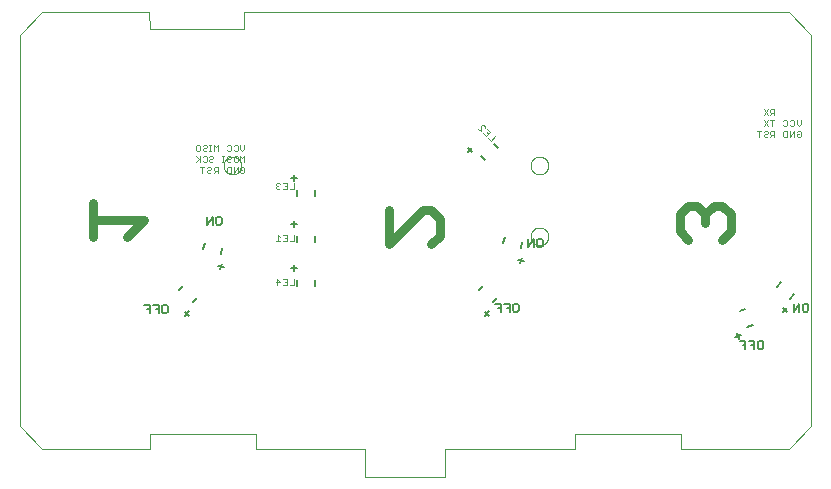
<source format=gbo>
G75*
%MOIN*%
%OFA0B0*%
%FSLAX25Y25*%
%IPPOS*%
%LPD*%
%AMOC8*
5,1,8,0,0,1.08239X$1,22.5*
%
%ADD10C,0.00000*%
%ADD11C,0.00500*%
%ADD12C,0.00400*%
%ADD13C,0.03000*%
D10*
X0039625Y0018012D02*
X0047188Y0010449D01*
X0083015Y0010449D01*
X0082932Y0015567D01*
X0118365Y0015567D01*
X0118365Y0010449D01*
X0154798Y0010449D01*
X0154798Y0001000D01*
X0181357Y0001000D01*
X0181357Y0010449D01*
X0224664Y0010449D01*
X0224664Y0015567D01*
X0260098Y0015567D01*
X0260098Y0010449D01*
X0295883Y0010449D01*
X0303405Y0017970D01*
X0303405Y0148596D01*
X0295883Y0156118D01*
X0114468Y0156236D01*
X0114468Y0150449D01*
X0082893Y0150449D01*
X0082724Y0156118D01*
X0047147Y0156118D01*
X0039625Y0148596D01*
X0039625Y0018012D01*
X0107538Y0104937D02*
X0107540Y0105045D01*
X0107546Y0105154D01*
X0107556Y0105262D01*
X0107570Y0105369D01*
X0107588Y0105476D01*
X0107609Y0105583D01*
X0107635Y0105688D01*
X0107665Y0105793D01*
X0107698Y0105896D01*
X0107735Y0105998D01*
X0107776Y0106098D01*
X0107820Y0106197D01*
X0107869Y0106295D01*
X0107920Y0106390D01*
X0107975Y0106483D01*
X0108034Y0106575D01*
X0108096Y0106664D01*
X0108161Y0106751D01*
X0108229Y0106835D01*
X0108300Y0106917D01*
X0108374Y0106996D01*
X0108451Y0107072D01*
X0108531Y0107146D01*
X0108614Y0107216D01*
X0108699Y0107284D01*
X0108786Y0107348D01*
X0108876Y0107409D01*
X0108968Y0107467D01*
X0109062Y0107521D01*
X0109158Y0107572D01*
X0109255Y0107619D01*
X0109355Y0107663D01*
X0109456Y0107703D01*
X0109558Y0107739D01*
X0109661Y0107771D01*
X0109766Y0107800D01*
X0109872Y0107824D01*
X0109978Y0107845D01*
X0110085Y0107862D01*
X0110193Y0107875D01*
X0110301Y0107884D01*
X0110410Y0107889D01*
X0110518Y0107890D01*
X0110627Y0107887D01*
X0110735Y0107880D01*
X0110843Y0107869D01*
X0110950Y0107854D01*
X0111057Y0107835D01*
X0111163Y0107812D01*
X0111268Y0107786D01*
X0111373Y0107755D01*
X0111475Y0107721D01*
X0111577Y0107683D01*
X0111677Y0107641D01*
X0111776Y0107596D01*
X0111873Y0107547D01*
X0111967Y0107494D01*
X0112060Y0107438D01*
X0112151Y0107379D01*
X0112240Y0107316D01*
X0112326Y0107251D01*
X0112410Y0107182D01*
X0112491Y0107110D01*
X0112569Y0107035D01*
X0112645Y0106957D01*
X0112718Y0106876D01*
X0112788Y0106793D01*
X0112854Y0106708D01*
X0112918Y0106620D01*
X0112978Y0106529D01*
X0113035Y0106437D01*
X0113088Y0106342D01*
X0113138Y0106246D01*
X0113184Y0106148D01*
X0113227Y0106048D01*
X0113266Y0105947D01*
X0113301Y0105844D01*
X0113333Y0105741D01*
X0113360Y0105636D01*
X0113384Y0105530D01*
X0113404Y0105423D01*
X0113420Y0105316D01*
X0113432Y0105208D01*
X0113440Y0105100D01*
X0113444Y0104991D01*
X0113444Y0104883D01*
X0113440Y0104774D01*
X0113432Y0104666D01*
X0113420Y0104558D01*
X0113404Y0104451D01*
X0113384Y0104344D01*
X0113360Y0104238D01*
X0113333Y0104133D01*
X0113301Y0104030D01*
X0113266Y0103927D01*
X0113227Y0103826D01*
X0113184Y0103726D01*
X0113138Y0103628D01*
X0113088Y0103532D01*
X0113035Y0103437D01*
X0112978Y0103345D01*
X0112918Y0103254D01*
X0112854Y0103166D01*
X0112788Y0103081D01*
X0112718Y0102998D01*
X0112645Y0102917D01*
X0112569Y0102839D01*
X0112491Y0102764D01*
X0112410Y0102692D01*
X0112326Y0102623D01*
X0112240Y0102558D01*
X0112151Y0102495D01*
X0112060Y0102436D01*
X0111968Y0102380D01*
X0111873Y0102327D01*
X0111776Y0102278D01*
X0111677Y0102233D01*
X0111577Y0102191D01*
X0111475Y0102153D01*
X0111373Y0102119D01*
X0111268Y0102088D01*
X0111163Y0102062D01*
X0111057Y0102039D01*
X0110950Y0102020D01*
X0110843Y0102005D01*
X0110735Y0101994D01*
X0110627Y0101987D01*
X0110518Y0101984D01*
X0110410Y0101985D01*
X0110301Y0101990D01*
X0110193Y0101999D01*
X0110085Y0102012D01*
X0109978Y0102029D01*
X0109872Y0102050D01*
X0109766Y0102074D01*
X0109661Y0102103D01*
X0109558Y0102135D01*
X0109456Y0102171D01*
X0109355Y0102211D01*
X0109255Y0102255D01*
X0109158Y0102302D01*
X0109062Y0102353D01*
X0108968Y0102407D01*
X0108876Y0102465D01*
X0108786Y0102526D01*
X0108699Y0102590D01*
X0108614Y0102658D01*
X0108531Y0102728D01*
X0108451Y0102802D01*
X0108374Y0102878D01*
X0108300Y0102957D01*
X0108229Y0103039D01*
X0108161Y0103123D01*
X0108096Y0103210D01*
X0108034Y0103299D01*
X0107975Y0103391D01*
X0107920Y0103484D01*
X0107869Y0103579D01*
X0107820Y0103677D01*
X0107776Y0103776D01*
X0107735Y0103876D01*
X0107698Y0103978D01*
X0107665Y0104081D01*
X0107635Y0104186D01*
X0107609Y0104291D01*
X0107588Y0104398D01*
X0107570Y0104505D01*
X0107556Y0104612D01*
X0107546Y0104720D01*
X0107540Y0104829D01*
X0107538Y0104937D01*
X0209900Y0104937D02*
X0209902Y0105045D01*
X0209908Y0105154D01*
X0209918Y0105262D01*
X0209932Y0105369D01*
X0209950Y0105476D01*
X0209971Y0105583D01*
X0209997Y0105688D01*
X0210027Y0105793D01*
X0210060Y0105896D01*
X0210097Y0105998D01*
X0210138Y0106098D01*
X0210182Y0106197D01*
X0210231Y0106295D01*
X0210282Y0106390D01*
X0210337Y0106483D01*
X0210396Y0106575D01*
X0210458Y0106664D01*
X0210523Y0106751D01*
X0210591Y0106835D01*
X0210662Y0106917D01*
X0210736Y0106996D01*
X0210813Y0107072D01*
X0210893Y0107146D01*
X0210976Y0107216D01*
X0211061Y0107284D01*
X0211148Y0107348D01*
X0211238Y0107409D01*
X0211330Y0107467D01*
X0211424Y0107521D01*
X0211520Y0107572D01*
X0211617Y0107619D01*
X0211717Y0107663D01*
X0211818Y0107703D01*
X0211920Y0107739D01*
X0212023Y0107771D01*
X0212128Y0107800D01*
X0212234Y0107824D01*
X0212340Y0107845D01*
X0212447Y0107862D01*
X0212555Y0107875D01*
X0212663Y0107884D01*
X0212772Y0107889D01*
X0212880Y0107890D01*
X0212989Y0107887D01*
X0213097Y0107880D01*
X0213205Y0107869D01*
X0213312Y0107854D01*
X0213419Y0107835D01*
X0213525Y0107812D01*
X0213630Y0107786D01*
X0213735Y0107755D01*
X0213837Y0107721D01*
X0213939Y0107683D01*
X0214039Y0107641D01*
X0214138Y0107596D01*
X0214235Y0107547D01*
X0214329Y0107494D01*
X0214422Y0107438D01*
X0214513Y0107379D01*
X0214602Y0107316D01*
X0214688Y0107251D01*
X0214772Y0107182D01*
X0214853Y0107110D01*
X0214931Y0107035D01*
X0215007Y0106957D01*
X0215080Y0106876D01*
X0215150Y0106793D01*
X0215216Y0106708D01*
X0215280Y0106620D01*
X0215340Y0106529D01*
X0215397Y0106437D01*
X0215450Y0106342D01*
X0215500Y0106246D01*
X0215546Y0106148D01*
X0215589Y0106048D01*
X0215628Y0105947D01*
X0215663Y0105844D01*
X0215695Y0105741D01*
X0215722Y0105636D01*
X0215746Y0105530D01*
X0215766Y0105423D01*
X0215782Y0105316D01*
X0215794Y0105208D01*
X0215802Y0105100D01*
X0215806Y0104991D01*
X0215806Y0104883D01*
X0215802Y0104774D01*
X0215794Y0104666D01*
X0215782Y0104558D01*
X0215766Y0104451D01*
X0215746Y0104344D01*
X0215722Y0104238D01*
X0215695Y0104133D01*
X0215663Y0104030D01*
X0215628Y0103927D01*
X0215589Y0103826D01*
X0215546Y0103726D01*
X0215500Y0103628D01*
X0215450Y0103532D01*
X0215397Y0103437D01*
X0215340Y0103345D01*
X0215280Y0103254D01*
X0215216Y0103166D01*
X0215150Y0103081D01*
X0215080Y0102998D01*
X0215007Y0102917D01*
X0214931Y0102839D01*
X0214853Y0102764D01*
X0214772Y0102692D01*
X0214688Y0102623D01*
X0214602Y0102558D01*
X0214513Y0102495D01*
X0214422Y0102436D01*
X0214330Y0102380D01*
X0214235Y0102327D01*
X0214138Y0102278D01*
X0214039Y0102233D01*
X0213939Y0102191D01*
X0213837Y0102153D01*
X0213735Y0102119D01*
X0213630Y0102088D01*
X0213525Y0102062D01*
X0213419Y0102039D01*
X0213312Y0102020D01*
X0213205Y0102005D01*
X0213097Y0101994D01*
X0212989Y0101987D01*
X0212880Y0101984D01*
X0212772Y0101985D01*
X0212663Y0101990D01*
X0212555Y0101999D01*
X0212447Y0102012D01*
X0212340Y0102029D01*
X0212234Y0102050D01*
X0212128Y0102074D01*
X0212023Y0102103D01*
X0211920Y0102135D01*
X0211818Y0102171D01*
X0211717Y0102211D01*
X0211617Y0102255D01*
X0211520Y0102302D01*
X0211424Y0102353D01*
X0211330Y0102407D01*
X0211238Y0102465D01*
X0211148Y0102526D01*
X0211061Y0102590D01*
X0210976Y0102658D01*
X0210893Y0102728D01*
X0210813Y0102802D01*
X0210736Y0102878D01*
X0210662Y0102957D01*
X0210591Y0103039D01*
X0210523Y0103123D01*
X0210458Y0103210D01*
X0210396Y0103299D01*
X0210337Y0103391D01*
X0210282Y0103484D01*
X0210231Y0103579D01*
X0210182Y0103677D01*
X0210138Y0103776D01*
X0210097Y0103876D01*
X0210060Y0103978D01*
X0210027Y0104081D01*
X0209997Y0104186D01*
X0209971Y0104291D01*
X0209950Y0104398D01*
X0209932Y0104505D01*
X0209918Y0104612D01*
X0209908Y0104720D01*
X0209902Y0104829D01*
X0209900Y0104937D01*
X0209900Y0081315D02*
X0209902Y0081423D01*
X0209908Y0081532D01*
X0209918Y0081640D01*
X0209932Y0081747D01*
X0209950Y0081854D01*
X0209971Y0081961D01*
X0209997Y0082066D01*
X0210027Y0082171D01*
X0210060Y0082274D01*
X0210097Y0082376D01*
X0210138Y0082476D01*
X0210182Y0082575D01*
X0210231Y0082673D01*
X0210282Y0082768D01*
X0210337Y0082861D01*
X0210396Y0082953D01*
X0210458Y0083042D01*
X0210523Y0083129D01*
X0210591Y0083213D01*
X0210662Y0083295D01*
X0210736Y0083374D01*
X0210813Y0083450D01*
X0210893Y0083524D01*
X0210976Y0083594D01*
X0211061Y0083662D01*
X0211148Y0083726D01*
X0211238Y0083787D01*
X0211330Y0083845D01*
X0211424Y0083899D01*
X0211520Y0083950D01*
X0211617Y0083997D01*
X0211717Y0084041D01*
X0211818Y0084081D01*
X0211920Y0084117D01*
X0212023Y0084149D01*
X0212128Y0084178D01*
X0212234Y0084202D01*
X0212340Y0084223D01*
X0212447Y0084240D01*
X0212555Y0084253D01*
X0212663Y0084262D01*
X0212772Y0084267D01*
X0212880Y0084268D01*
X0212989Y0084265D01*
X0213097Y0084258D01*
X0213205Y0084247D01*
X0213312Y0084232D01*
X0213419Y0084213D01*
X0213525Y0084190D01*
X0213630Y0084164D01*
X0213735Y0084133D01*
X0213837Y0084099D01*
X0213939Y0084061D01*
X0214039Y0084019D01*
X0214138Y0083974D01*
X0214235Y0083925D01*
X0214329Y0083872D01*
X0214422Y0083816D01*
X0214513Y0083757D01*
X0214602Y0083694D01*
X0214688Y0083629D01*
X0214772Y0083560D01*
X0214853Y0083488D01*
X0214931Y0083413D01*
X0215007Y0083335D01*
X0215080Y0083254D01*
X0215150Y0083171D01*
X0215216Y0083086D01*
X0215280Y0082998D01*
X0215340Y0082907D01*
X0215397Y0082815D01*
X0215450Y0082720D01*
X0215500Y0082624D01*
X0215546Y0082526D01*
X0215589Y0082426D01*
X0215628Y0082325D01*
X0215663Y0082222D01*
X0215695Y0082119D01*
X0215722Y0082014D01*
X0215746Y0081908D01*
X0215766Y0081801D01*
X0215782Y0081694D01*
X0215794Y0081586D01*
X0215802Y0081478D01*
X0215806Y0081369D01*
X0215806Y0081261D01*
X0215802Y0081152D01*
X0215794Y0081044D01*
X0215782Y0080936D01*
X0215766Y0080829D01*
X0215746Y0080722D01*
X0215722Y0080616D01*
X0215695Y0080511D01*
X0215663Y0080408D01*
X0215628Y0080305D01*
X0215589Y0080204D01*
X0215546Y0080104D01*
X0215500Y0080006D01*
X0215450Y0079910D01*
X0215397Y0079815D01*
X0215340Y0079723D01*
X0215280Y0079632D01*
X0215216Y0079544D01*
X0215150Y0079459D01*
X0215080Y0079376D01*
X0215007Y0079295D01*
X0214931Y0079217D01*
X0214853Y0079142D01*
X0214772Y0079070D01*
X0214688Y0079001D01*
X0214602Y0078936D01*
X0214513Y0078873D01*
X0214422Y0078814D01*
X0214330Y0078758D01*
X0214235Y0078705D01*
X0214138Y0078656D01*
X0214039Y0078611D01*
X0213939Y0078569D01*
X0213837Y0078531D01*
X0213735Y0078497D01*
X0213630Y0078466D01*
X0213525Y0078440D01*
X0213419Y0078417D01*
X0213312Y0078398D01*
X0213205Y0078383D01*
X0213097Y0078372D01*
X0212989Y0078365D01*
X0212880Y0078362D01*
X0212772Y0078363D01*
X0212663Y0078368D01*
X0212555Y0078377D01*
X0212447Y0078390D01*
X0212340Y0078407D01*
X0212234Y0078428D01*
X0212128Y0078452D01*
X0212023Y0078481D01*
X0211920Y0078513D01*
X0211818Y0078549D01*
X0211717Y0078589D01*
X0211617Y0078633D01*
X0211520Y0078680D01*
X0211424Y0078731D01*
X0211330Y0078785D01*
X0211238Y0078843D01*
X0211148Y0078904D01*
X0211061Y0078968D01*
X0210976Y0079036D01*
X0210893Y0079106D01*
X0210813Y0079180D01*
X0210736Y0079256D01*
X0210662Y0079335D01*
X0210591Y0079417D01*
X0210523Y0079501D01*
X0210458Y0079588D01*
X0210396Y0079677D01*
X0210337Y0079769D01*
X0210282Y0079862D01*
X0210231Y0079957D01*
X0210182Y0080055D01*
X0210138Y0080154D01*
X0210097Y0080254D01*
X0210060Y0080356D01*
X0210027Y0080459D01*
X0209997Y0080564D01*
X0209971Y0080669D01*
X0209950Y0080776D01*
X0209932Y0080883D01*
X0209918Y0080990D01*
X0209908Y0081098D01*
X0209902Y0081207D01*
X0209900Y0081315D01*
D11*
X0209127Y0080401D02*
X0209127Y0077699D01*
X0210929Y0080401D01*
X0210929Y0077699D01*
X0212074Y0078149D02*
X0212074Y0079951D01*
X0212524Y0080401D01*
X0213425Y0080401D01*
X0213875Y0079951D01*
X0213875Y0078149D01*
X0213425Y0077699D01*
X0212524Y0077699D01*
X0212074Y0078149D01*
X0207073Y0079418D02*
X0206555Y0077486D01*
X0206938Y0074278D02*
X0206420Y0072346D01*
X0205713Y0073570D02*
X0207645Y0073053D01*
X0200760Y0079039D02*
X0201277Y0080971D01*
X0194112Y0064853D02*
X0192774Y0063367D01*
X0197233Y0059352D02*
X0198571Y0060838D01*
X0198181Y0058901D02*
X0199982Y0058901D01*
X0199982Y0056199D01*
X0199982Y0057550D02*
X0199081Y0057550D01*
X0201127Y0058901D02*
X0202929Y0058901D01*
X0202929Y0056199D01*
X0204074Y0056649D02*
X0204074Y0058451D01*
X0204524Y0058901D01*
X0205425Y0058901D01*
X0205875Y0058451D01*
X0205875Y0056649D01*
X0205425Y0056199D01*
X0204524Y0056199D01*
X0204074Y0056649D01*
X0202929Y0057550D02*
X0202028Y0057550D01*
X0196117Y0056319D02*
X0194779Y0054833D01*
X0196191Y0054907D02*
X0194705Y0056245D01*
X0138125Y0064949D02*
X0138125Y0066949D01*
X0132125Y0066949D02*
X0132125Y0064949D01*
X0130925Y0069949D02*
X0130925Y0071949D01*
X0129925Y0070949D02*
X0131925Y0070949D01*
X0132125Y0079449D02*
X0132125Y0081449D01*
X0130925Y0084449D02*
X0130925Y0086449D01*
X0129925Y0085449D02*
X0131925Y0085449D01*
X0138125Y0081449D02*
X0138125Y0079449D01*
X0138125Y0094949D02*
X0138125Y0096949D01*
X0132125Y0096949D02*
X0132125Y0094949D01*
X0130925Y0099949D02*
X0130925Y0101949D01*
X0129925Y0100949D02*
X0131925Y0100949D01*
X0106875Y0087451D02*
X0106875Y0085649D01*
X0106425Y0085199D01*
X0105524Y0085199D01*
X0105074Y0085649D01*
X0105074Y0087451D01*
X0105524Y0087901D01*
X0106425Y0087901D01*
X0106875Y0087451D01*
X0103929Y0087901D02*
X0102127Y0085199D01*
X0102127Y0087901D01*
X0103929Y0087901D02*
X0103929Y0085199D01*
X0101333Y0078971D02*
X0100815Y0077039D01*
X0106611Y0075486D02*
X0107128Y0077418D01*
X0106993Y0072278D02*
X0106476Y0070346D01*
X0107700Y0071053D02*
X0105768Y0071570D01*
X0094104Y0064853D02*
X0092766Y0063367D01*
X0097225Y0059352D02*
X0098563Y0060838D01*
X0096109Y0056319D02*
X0094771Y0054833D01*
X0096183Y0054907D02*
X0094697Y0056245D01*
X0088875Y0056149D02*
X0088425Y0055699D01*
X0087524Y0055699D01*
X0087074Y0056149D01*
X0087074Y0057951D01*
X0087524Y0058401D01*
X0088425Y0058401D01*
X0088875Y0057951D01*
X0088875Y0056149D01*
X0085929Y0055699D02*
X0085929Y0058401D01*
X0084127Y0058401D01*
X0082982Y0058401D02*
X0081181Y0058401D01*
X0082081Y0057050D02*
X0082982Y0057050D01*
X0082982Y0055699D02*
X0082982Y0058401D01*
X0085028Y0057050D02*
X0085929Y0057050D01*
X0188913Y0109307D02*
X0190327Y0110722D01*
X0188913Y0110722D02*
X0190327Y0109307D01*
X0193297Y0108035D02*
X0194711Y0106620D01*
X0198954Y0110863D02*
X0197539Y0112277D01*
X0291899Y0064493D02*
X0293204Y0066010D01*
X0297752Y0062097D02*
X0296448Y0060581D01*
X0297627Y0058901D02*
X0297627Y0056199D01*
X0299429Y0058901D01*
X0299429Y0056199D01*
X0300574Y0056649D02*
X0300574Y0058451D01*
X0301024Y0058901D01*
X0301925Y0058901D01*
X0302375Y0058451D01*
X0302375Y0056649D01*
X0301925Y0056199D01*
X0301024Y0056199D01*
X0300574Y0056649D01*
X0295508Y0056114D02*
X0293991Y0057418D01*
X0294097Y0056008D02*
X0295402Y0057524D01*
X0283961Y0051818D02*
X0282151Y0050966D01*
X0279948Y0048603D02*
X0278138Y0047751D01*
X0279469Y0047272D02*
X0278617Y0049082D01*
X0279681Y0046401D02*
X0281482Y0046401D01*
X0281482Y0043699D01*
X0281482Y0045050D02*
X0280581Y0045050D01*
X0282627Y0046401D02*
X0284429Y0046401D01*
X0284429Y0043699D01*
X0285574Y0044149D02*
X0285574Y0045951D01*
X0286024Y0046401D01*
X0286925Y0046401D01*
X0287375Y0045951D01*
X0287375Y0044149D01*
X0286925Y0043699D01*
X0286024Y0043699D01*
X0285574Y0044149D01*
X0284429Y0045050D02*
X0283528Y0045050D01*
X0279596Y0056395D02*
X0281406Y0057247D01*
D12*
X0198011Y0114672D02*
X0196620Y0113232D01*
X0195660Y0114159D01*
X0195030Y0114767D02*
X0194071Y0115694D01*
X0193441Y0116302D02*
X0193408Y0118189D01*
X0193640Y0118429D01*
X0194111Y0118437D01*
X0194591Y0117973D01*
X0194600Y0117502D01*
X0195461Y0117134D02*
X0196421Y0116207D01*
X0195030Y0114767D01*
X0195726Y0115487D02*
X0195246Y0115950D01*
X0193441Y0116302D02*
X0192481Y0117229D01*
X0130925Y0099151D02*
X0130925Y0097149D01*
X0129591Y0097149D01*
X0128715Y0097149D02*
X0127381Y0097149D01*
X0126505Y0097482D02*
X0126172Y0097149D01*
X0125504Y0097149D01*
X0125171Y0097482D01*
X0125171Y0097816D01*
X0125504Y0098150D01*
X0125838Y0098150D01*
X0125504Y0098150D02*
X0125171Y0098483D01*
X0125171Y0098817D01*
X0125504Y0099151D01*
X0126172Y0099151D01*
X0126505Y0098817D01*
X0127381Y0099151D02*
X0128715Y0099151D01*
X0128715Y0097149D01*
X0128715Y0098150D02*
X0128048Y0098150D01*
X0114425Y0102882D02*
X0114091Y0102549D01*
X0113424Y0102549D01*
X0113091Y0102882D01*
X0113091Y0103550D01*
X0113758Y0103550D01*
X0114425Y0104217D02*
X0114425Y0102882D01*
X0114425Y0104217D02*
X0114091Y0104551D01*
X0113424Y0104551D01*
X0113091Y0104217D01*
X0112215Y0104551D02*
X0110881Y0102549D01*
X0110881Y0104551D01*
X0110005Y0104551D02*
X0109004Y0104551D01*
X0108671Y0104217D01*
X0108671Y0102882D01*
X0109004Y0102549D01*
X0110005Y0102549D01*
X0110005Y0104551D01*
X0109672Y0106149D02*
X0110005Y0106482D01*
X0109672Y0106149D02*
X0109004Y0106149D01*
X0108671Y0106482D01*
X0108671Y0106816D01*
X0109004Y0107150D01*
X0109672Y0107150D01*
X0110005Y0107483D01*
X0110005Y0107817D01*
X0109672Y0108151D01*
X0109004Y0108151D01*
X0108671Y0107817D01*
X0107795Y0108151D02*
X0107128Y0108151D01*
X0107462Y0108151D02*
X0107462Y0106149D01*
X0107795Y0106149D02*
X0107128Y0106149D01*
X0105586Y0104551D02*
X0104585Y0104551D01*
X0104251Y0104217D01*
X0104251Y0103550D01*
X0104585Y0103216D01*
X0105586Y0103216D01*
X0105586Y0102549D02*
X0105586Y0104551D01*
X0104918Y0103216D02*
X0104251Y0102549D01*
X0103376Y0102882D02*
X0103042Y0102549D01*
X0102375Y0102549D01*
X0102041Y0102882D01*
X0102041Y0103216D01*
X0102375Y0103550D01*
X0103042Y0103550D01*
X0103376Y0103883D01*
X0103376Y0104217D01*
X0103042Y0104551D01*
X0102375Y0104551D01*
X0102041Y0104217D01*
X0101166Y0104551D02*
X0099831Y0104551D01*
X0100499Y0104551D02*
X0100499Y0102549D01*
X0100902Y0106149D02*
X0100568Y0106482D01*
X0100902Y0106149D02*
X0101569Y0106149D01*
X0101902Y0106482D01*
X0101902Y0107817D01*
X0101569Y0108151D01*
X0100902Y0108151D01*
X0100568Y0107817D01*
X0099693Y0108151D02*
X0099693Y0106149D01*
X0099693Y0106816D02*
X0098358Y0108151D01*
X0099359Y0107150D02*
X0098358Y0106149D01*
X0102778Y0106482D02*
X0103111Y0106149D01*
X0103779Y0106149D01*
X0104112Y0106482D01*
X0103779Y0107150D02*
X0103111Y0107150D01*
X0102778Y0106816D01*
X0102778Y0106482D01*
X0103779Y0107150D02*
X0104112Y0107483D01*
X0104112Y0107817D01*
X0103779Y0108151D01*
X0103111Y0108151D01*
X0102778Y0107817D01*
X0102708Y0109749D02*
X0103376Y0109749D01*
X0103042Y0109749D02*
X0103042Y0111751D01*
X0103376Y0111751D02*
X0102708Y0111751D01*
X0101902Y0111417D02*
X0101902Y0111083D01*
X0101569Y0110750D01*
X0100902Y0110750D01*
X0100568Y0110416D01*
X0100568Y0110082D01*
X0100902Y0109749D01*
X0101569Y0109749D01*
X0101902Y0110082D01*
X0101902Y0111417D02*
X0101569Y0111751D01*
X0100902Y0111751D01*
X0100568Y0111417D01*
X0099693Y0111417D02*
X0099693Y0110082D01*
X0099359Y0109749D01*
X0098692Y0109749D01*
X0098358Y0110082D01*
X0098358Y0111417D01*
X0098692Y0111751D01*
X0099359Y0111751D01*
X0099693Y0111417D01*
X0104251Y0111751D02*
X0104251Y0109749D01*
X0105586Y0109749D02*
X0105586Y0111751D01*
X0104918Y0111083D01*
X0104251Y0111751D01*
X0108671Y0111417D02*
X0109004Y0111751D01*
X0109672Y0111751D01*
X0110005Y0111417D01*
X0110005Y0110082D01*
X0109672Y0109749D01*
X0109004Y0109749D01*
X0108671Y0110082D01*
X0110881Y0110082D02*
X0111214Y0109749D01*
X0111882Y0109749D01*
X0112215Y0110082D01*
X0112215Y0111417D01*
X0111882Y0111751D01*
X0111214Y0111751D01*
X0110881Y0111417D01*
X0113091Y0111751D02*
X0113091Y0110416D01*
X0113758Y0109749D01*
X0114425Y0110416D01*
X0114425Y0111751D01*
X0114425Y0108151D02*
X0113758Y0107483D01*
X0113091Y0108151D01*
X0113091Y0106149D01*
X0112215Y0106482D02*
X0111882Y0106149D01*
X0111214Y0106149D01*
X0110881Y0106482D01*
X0110881Y0107817D01*
X0111214Y0108151D01*
X0111882Y0108151D01*
X0112215Y0107817D01*
X0112215Y0106482D01*
X0114425Y0106149D02*
X0114425Y0108151D01*
X0112215Y0104551D02*
X0112215Y0102549D01*
X0125838Y0081651D02*
X0125838Y0079649D01*
X0126505Y0079649D02*
X0125171Y0079649D01*
X0126505Y0080983D02*
X0125838Y0081651D01*
X0127381Y0081651D02*
X0128715Y0081651D01*
X0128715Y0079649D01*
X0127381Y0079649D01*
X0128048Y0080650D02*
X0128715Y0080650D01*
X0129591Y0079649D02*
X0130925Y0079649D01*
X0130925Y0081651D01*
X0130925Y0067151D02*
X0130925Y0065149D01*
X0129591Y0065149D01*
X0128715Y0065149D02*
X0127381Y0065149D01*
X0128048Y0066150D02*
X0128715Y0066150D01*
X0128715Y0067151D02*
X0128715Y0065149D01*
X0128715Y0067151D02*
X0127381Y0067151D01*
X0126505Y0066150D02*
X0125171Y0066150D01*
X0125504Y0067151D02*
X0126505Y0066150D01*
X0125504Y0065149D02*
X0125504Y0067151D01*
X0285331Y0116551D02*
X0286666Y0116551D01*
X0285999Y0116551D02*
X0285999Y0114549D01*
X0287541Y0114882D02*
X0287875Y0114549D01*
X0288542Y0114549D01*
X0288876Y0114882D01*
X0288542Y0115550D02*
X0287875Y0115550D01*
X0287541Y0115216D01*
X0287541Y0114882D01*
X0288542Y0115550D02*
X0288876Y0115883D01*
X0288876Y0116217D01*
X0288542Y0116551D01*
X0287875Y0116551D01*
X0287541Y0116217D01*
X0287541Y0118149D02*
X0288876Y0120151D01*
X0289751Y0120151D02*
X0291086Y0120151D01*
X0290418Y0120151D02*
X0290418Y0118149D01*
X0288876Y0118149D02*
X0287541Y0120151D01*
X0287541Y0121749D02*
X0288876Y0123751D01*
X0289751Y0123417D02*
X0289751Y0122750D01*
X0290085Y0122416D01*
X0291086Y0122416D01*
X0291086Y0121749D02*
X0291086Y0123751D01*
X0290085Y0123751D01*
X0289751Y0123417D01*
X0290418Y0122416D02*
X0289751Y0121749D01*
X0288876Y0121749D02*
X0287541Y0123751D01*
X0294171Y0119817D02*
X0294504Y0120151D01*
X0295172Y0120151D01*
X0295505Y0119817D01*
X0295505Y0118482D01*
X0295172Y0118149D01*
X0294504Y0118149D01*
X0294171Y0118482D01*
X0294504Y0116551D02*
X0294171Y0116217D01*
X0294171Y0114882D01*
X0294504Y0114549D01*
X0295505Y0114549D01*
X0295505Y0116551D01*
X0294504Y0116551D01*
X0296381Y0116551D02*
X0296381Y0114549D01*
X0297715Y0116551D01*
X0297715Y0114549D01*
X0298591Y0114882D02*
X0298591Y0115550D01*
X0299258Y0115550D01*
X0299925Y0116217D02*
X0299925Y0114882D01*
X0299591Y0114549D01*
X0298924Y0114549D01*
X0298591Y0114882D01*
X0298591Y0116217D02*
X0298924Y0116551D01*
X0299591Y0116551D01*
X0299925Y0116217D01*
X0299258Y0118149D02*
X0298591Y0118816D01*
X0298591Y0120151D01*
X0297715Y0119817D02*
X0297715Y0118482D01*
X0297382Y0118149D01*
X0296714Y0118149D01*
X0296381Y0118482D01*
X0296381Y0119817D02*
X0296714Y0120151D01*
X0297382Y0120151D01*
X0297715Y0119817D01*
X0299925Y0120151D02*
X0299925Y0118816D01*
X0299258Y0118149D01*
X0291086Y0116551D02*
X0291086Y0114549D01*
X0291086Y0115216D02*
X0290085Y0115216D01*
X0289751Y0115550D01*
X0289751Y0116217D01*
X0290085Y0116551D01*
X0291086Y0116551D01*
X0290418Y0115216D02*
X0289751Y0114549D01*
D13*
X0273804Y0091584D02*
X0270968Y0091584D01*
X0268132Y0088748D01*
X0265297Y0091584D01*
X0262461Y0091584D01*
X0259625Y0088748D01*
X0259625Y0083077D01*
X0262461Y0080241D01*
X0268132Y0085912D02*
X0268132Y0088748D01*
X0273804Y0091584D02*
X0276640Y0088748D01*
X0276640Y0083077D01*
X0273804Y0080241D01*
X0179640Y0081577D02*
X0176804Y0078741D01*
X0179640Y0081577D02*
X0179640Y0087248D01*
X0176804Y0090084D01*
X0173968Y0090084D01*
X0162625Y0078741D01*
X0162625Y0090084D01*
X0081140Y0086912D02*
X0064125Y0086912D01*
X0064125Y0081241D02*
X0064125Y0092584D01*
X0075468Y0081241D02*
X0081140Y0086912D01*
M02*

</source>
